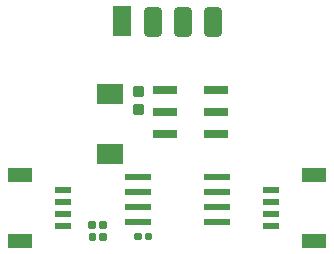
<source format=gbr>
G04 EAGLE Gerber RS-274X export*
G75*
%MOMM*%
%FSLAX34Y34*%
%LPD*%
%AMOC8*
5,1,8,0,0,1.08239X$1,22.5*%
G01*
%ADD10R,2.209800X0.609600*%
%ADD11R,2.075000X0.750000*%
%ADD12R,1.350000X0.600000*%
%ADD13R,2.000000X1.200000*%
%ADD14C,0.317500*%
%ADD15C,0.222250*%
%ADD16C,0.762000*%
%ADD17R,1.524000X2.540000*%
%ADD18R,2.200000X1.800000*%


D10*
X182640Y72390D03*
X182640Y85090D03*
X182640Y97790D03*
X182640Y110490D03*
X115330Y110490D03*
X115330Y97790D03*
X115330Y85090D03*
X115330Y72390D03*
D11*
X181625Y146224D03*
X181625Y164974D03*
X181625Y183724D03*
X138375Y183724D03*
X138375Y164974D03*
X138375Y146224D03*
D12*
X228000Y69000D03*
X228000Y79000D03*
X228000Y89000D03*
X228000Y99000D03*
D13*
X264750Y112000D03*
X264750Y56000D03*
D12*
X52000Y99000D03*
X52000Y89000D03*
X52000Y79000D03*
X52000Y69000D03*
D13*
X15250Y56000D03*
X15250Y112000D03*
D14*
X83883Y70930D02*
X87059Y70930D01*
X87059Y67754D01*
X83883Y67754D01*
X83883Y70930D01*
X83883Y70770D02*
X87059Y70770D01*
X78169Y70930D02*
X74993Y70930D01*
X78169Y70930D02*
X78169Y67754D01*
X74993Y67754D01*
X74993Y70930D01*
X74993Y70770D02*
X78169Y70770D01*
X84137Y60770D02*
X87313Y60770D01*
X87313Y57594D01*
X84137Y57594D01*
X84137Y60770D01*
X84137Y60610D02*
X87313Y60610D01*
X78423Y60770D02*
X75247Y60770D01*
X78423Y60770D02*
X78423Y57594D01*
X75247Y57594D01*
X75247Y60770D01*
X75247Y60610D02*
X78423Y60610D01*
X122745Y61278D02*
X125921Y61278D01*
X125921Y58102D01*
X122745Y58102D01*
X122745Y61278D01*
X122745Y61118D02*
X125921Y61118D01*
X117031Y61278D02*
X113855Y61278D01*
X117031Y61278D02*
X117031Y58102D01*
X113855Y58102D01*
X113855Y61278D01*
X113855Y61118D02*
X117031Y61118D01*
D15*
X118854Y163942D02*
X118854Y170610D01*
X118854Y163942D02*
X112186Y163942D01*
X112186Y170610D01*
X118854Y170610D01*
X118854Y166054D02*
X112186Y166054D01*
X112186Y168166D02*
X118854Y168166D01*
X118854Y170278D02*
X112186Y170278D01*
X118854Y179182D02*
X118854Y185850D01*
X118854Y179182D02*
X112186Y179182D01*
X112186Y185850D01*
X118854Y185850D01*
X118854Y181294D02*
X112186Y181294D01*
X112186Y183406D02*
X118854Y183406D01*
X118854Y185518D02*
X112186Y185518D01*
D16*
X181910Y233110D02*
X181910Y250890D01*
X181910Y233110D02*
X174290Y233110D01*
X174290Y250890D01*
X181910Y250890D01*
X181910Y240349D02*
X174290Y240349D01*
X174290Y247588D02*
X181910Y247588D01*
X156510Y250890D02*
X156510Y233110D01*
X148890Y233110D01*
X148890Y250890D01*
X156510Y250890D01*
X156510Y240349D02*
X148890Y240349D01*
X148890Y247588D02*
X156510Y247588D01*
X131110Y250890D02*
X131110Y233110D01*
X123490Y233110D01*
X123490Y250890D01*
X131110Y250890D01*
X131110Y240349D02*
X123490Y240349D01*
X123490Y247588D02*
X131110Y247588D01*
D17*
X101900Y242000D03*
D18*
X92000Y180500D03*
X92000Y129500D03*
M02*

</source>
